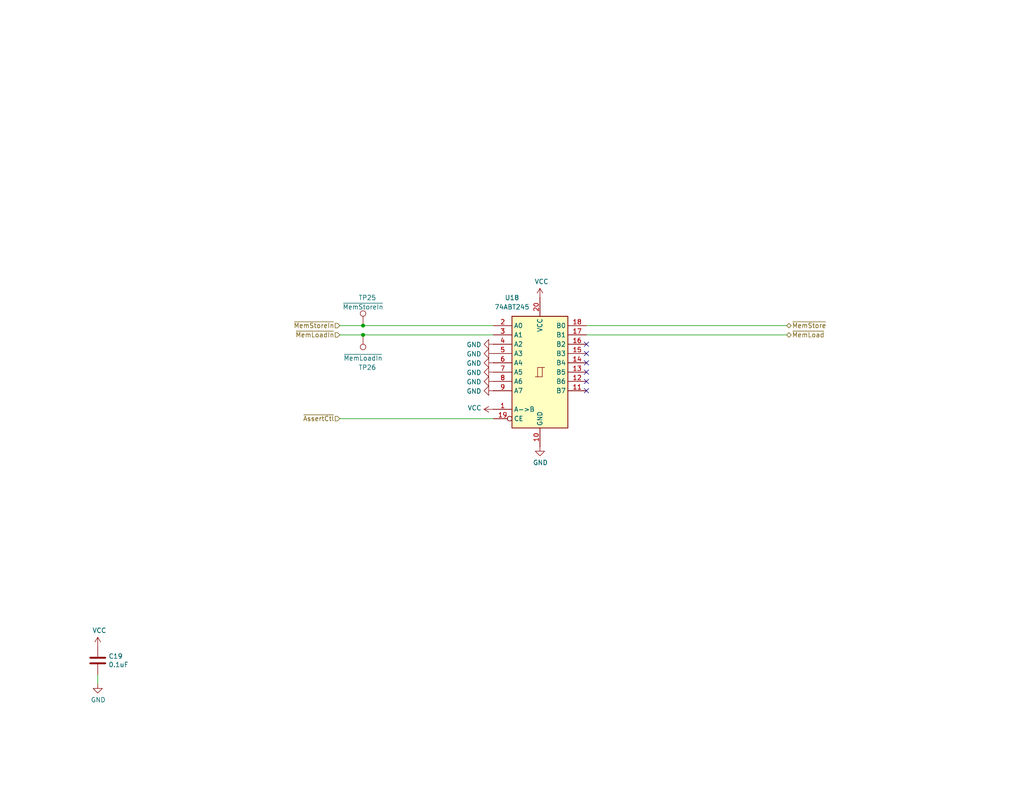
<source format=kicad_sch>
(kicad_sch (version 20250114) (generator "eeschema") (generator_version "9.0")
  (paper "USLetter")
  (title_block (date "2025-07-01") (rev "A"))
  (lib_symbols
    (symbol "Connector:TestPoint" (pin_numbers (hide yes)) (pin_names (offset 0.762) (hide yes))
      (property "Reference" "TP" (at 0 6.858 0))
      (property "Value" "TestPoint" (at 0 5.08 0))
      (symbol "TestPoint_0_1"
        (circle (center 0 3.302) (radius 0.762))
      )
      (symbol "TestPoint_1_1"
        (pin passive line (at 0 0 90) (length 2.54) (name "1") (number "1"))
      )
    )
    (symbol "Device:C" (pin_numbers (hide yes)) (pin_names (offset 0.254))
      (property "Reference" "C" (at 0.635 2.54 0))
      (property "Value" "C" (at 0.635 -2.54 0))
      (symbol "C_0_1"
        (polyline (pts (xy -2.032 0.762) (xy 2.032 0.762)) (stroke (width 0.508)))
        (polyline (pts (xy -2.032 -0.762) (xy 2.032 -0.762)) (stroke (width 0.508)))
      )
      (symbol "C_1_1"
        (pin passive line (at 0 3.81 270) (length 2.794) (name "~") (number "1"))
        (pin passive line (at 0 -3.81 90) (length 2.794) (name "~") (number "2"))
      )
    )
    (symbol "Turtle16:74ABT245"
      (property "Reference" "U" (at 0 2.54 0))
      (property "Value" "74ABT245" (at 0 2.54 0))
      (symbol "74ABT245_1_0"
        (polyline (pts (xy -1.27 -1.27) (xy 0.635 -1.27) (xy 0.635 1.27) (xy 1.27 1.27)))
        (polyline (pts (xy -0.635 -1.27) (xy -0.635 1.27) (xy 0.635 1.27)))
        (pin tri_state line (at -12.7 12.7 0) (length 5.08) (name "A0") (number "2"))
        (pin tri_state line (at -12.7 10.16 0) (length 5.08) (name "A1") (number "3"))
        (pin tri_state line (at -12.7 7.62 0) (length 5.08) (name "A2") (number "4"))
        (pin tri_state line (at -12.7 5.08 0) (length 5.08) (name "A3") (number "5"))
        (pin tri_state line (at -12.7 2.54 0) (length 5.08) (name "A4") (number "6"))
        (pin tri_state line (at -12.7 0 0) (length 5.08) (name "A5") (number "7"))
        (pin tri_state line (at -12.7 -2.54 0) (length 5.08) (name "A6") (number "8"))
        (pin tri_state line (at -12.7 -5.08 0) (length 5.08) (name "A7") (number "9"))
        (pin input line (at -12.7 -10.16 0) (length 5.08) (name "A->B") (number "1"))
        (pin input inverted (at -12.7 -12.7 0) (length 5.08) (name "CE") (number "19"))
        (pin power_in line (at 0 20.32 270) (length 5.08) (name "VCC") (number "20"))
        (pin power_in line (at 0 -20.32 90) (length 5.08) (name "GND") (number "10"))
        (pin tri_state line (at 12.7 12.7 180) (length 5.08) (name "B0") (number "18"))
        (pin tri_state line (at 12.7 10.16 180) (length 5.08) (name "B1") (number "17"))
        (pin tri_state line (at 12.7 7.62 180) (length 5.08) (name "B2") (number "16"))
        (pin tri_state line (at 12.7 5.08 180) (length 5.08) (name "B3") (number "15"))
        (pin tri_state line (at 12.7 2.54 180) (length 5.08) (name "B4") (number "14"))
        (pin tri_state line (at 12.7 0 180) (length 5.08) (name "B5") (number "13"))
        (pin tri_state line (at 12.7 -2.54 180) (length 5.08) (name "B6") (number "12"))
        (pin tri_state line (at 12.7 -5.08 180) (length 5.08) (name "B7") (number "11"))
      )
      (symbol "74ABT245_1_1"
        (rectangle (start -7.62 15.24) (end 7.62 -15.24) (stroke (width 0.254)) (fill (type background)))
      )
    )
    (symbol "power:GND" (power) (pin_numbers (hide yes)) (pin_names (offset 0) (hide yes))
      (property "Value" "GND" (at 0 -3.81 0))
      (symbol "GND_0_1"
        (polyline (pts (xy 0 0) (xy 0 -1.27) (xy 1.27 -1.27) (xy 0 -2.54) (xy -1.27 -1.27) (xy 0 -1.27)))
      )
      (symbol "GND_1_1"
        (pin power_in line (at 0 0 270) (length 0) (name "~") (number "1"))
      )
    )
    (symbol "power:VCC" (power) (pin_numbers (hide yes)) (pin_names (offset 0) (hide yes))
      (property "Value" "VCC" (at 0 3.556 0))
      (symbol "VCC_0_1"
        (polyline (pts (xy -0.762 1.27) (xy 0 2.54)))
        (polyline (pts (xy 0 2.54) (xy 0.762 1.27)))
        (polyline (pts (xy 0 0) (xy 0 2.54)))
      )
      (symbol "VCC_1_1"
        (pin power_in line (at 0 0 90) (length 0) (name "~") (number "1"))
      )
    )
  )
  (junction (at 99.06 88.9))
  (junction (at 99.06 91.44))
  (no_connect (at 160.02 93.98))
  (no_connect (at 160.02 96.52))
  (no_connect (at 160.02 101.6))
  (no_connect (at 160.02 99.06))
  (no_connect (at 160.02 104.14))
  (no_connect (at 160.02 106.68))
  (wire (pts (xy 26.67 186.69) (xy 26.67 184.15)))
  (wire (pts (xy 160.02 88.9) (xy 214.63 88.9)))
  (wire (pts (xy 160.02 91.44) (xy 214.63 91.44)))
  (wire (pts (xy 92.71 88.9) (xy 99.06 88.9)))
  (wire (pts (xy 92.71 91.44) (xy 99.06 91.44)))
  (wire (pts (xy 92.71 114.3) (xy 134.62 114.3)))
  (wire (pts (xy 99.06 88.9) (xy 134.62 88.9)))
  (wire (pts (xy 99.06 91.44) (xy 134.62 91.44)))
  (hierarchical_label "~{MemLoad}" (shape tri_state) (at 214.63 91.44 0))
  (hierarchical_label "~{MemLoadIn}" (shape input) (at 92.71 91.44 180))
  (hierarchical_label "~{MemStoreIn}" (shape input) (at 92.71 88.9 180))
  (hierarchical_label "~{AssertCtl}" (shape input) (at 92.71 114.3 180))
  (hierarchical_label "~{MemStore}" (shape tri_state) (at 214.63 88.9 0))
  (symbol (lib_id "Device:C") (at 26.67 180.34 0) (unit 1)
    (property "Reference" "C19" (at 29.591 179.1716 0) (effects (justify left)))
    (property "Value" "0.1uF" (at 29.591 181.483 0) (effects (justify left)))
    (property "Footprint" "Capacitor_SMD:C_0603_1608Metric" (effects (hide yes)))
    (property "Datasheet" "https://www.mouser.com/datasheet/2/396/taiyo_yuden_12132018_mlcc11_hq_e-1510082.pdf" (effects (hide yes)))
    (property "Manufacturer" "Taiyo Yuden" (effects (hide yes)))
    (property "Manufacturer#" "EMK107B7104KAHT" (effects (hide yes)))
    (property "Mouser#" "963-EMK107B7104KAHT" (effects (hide yes)))
    (property "Digikey#" "587-6004-1-ND" (effects (hide yes)))
    (instances (project "MEMModule" (path "" (reference "C19") (unit 1))) (project "MainBoard" (path "" (reference "C?") (unit 1))))
  )
  (symbol (lib_id "power:VCC") (at 26.67 176.53 0) (unit 1)
    (property "Reference" "#PWR045" (effects (hide yes)))
    (property "Value" "VCC" (at 27.1018 172.1358 0))
    (property "Description" "Power symbol creates a global label with name \"VCC\"" (effects (hide yes)))
    (instances (project "MEMModule" (path "" (reference "#PWR045") (unit 1))) (project "MainBoard" (path "" (reference "#PWR?") (unit 1))))
  )
  (symbol (lib_id "power:GND") (at 26.67 186.69 0) (unit 1)
    (property "Reference" "#PWR046" (effects (hide yes)))
    (property "Value" "GND" (at 26.797 191.0842 0))
    (property "Description" "Power symbol creates a global label with name \"GND\" , ground" (effects (hide yes)))
    (instances (project "MEMModule" (path "" (reference "#PWR046") (unit 1))) (project "MainBoard" (path "" (reference "#PWR?") (unit 1))))
  )
  (symbol (lib_id "power:GND") (at 134.62 93.98 270) (unit 1)
    (property "Reference" "#PWR047" (effects (hide yes)))
    (property "Value" "GND" (at 131.3688 94.107 90) (effects (justify right)))
    (property "Description" "Power symbol creates a global label with name \"GND\" , ground" (effects (hide yes)))
    (instances (project "MEMModule" (path "" (reference "#PWR047") (unit 1))) (project "MainBoard" (path "" (reference "#PWR?") (unit 1))))
  )
  (symbol (lib_id "power:GND") (at 134.62 96.52 270) (unit 1)
    (property "Reference" "#PWR048" (effects (hide yes)))
    (property "Value" "GND" (at 131.3688 96.647 90) (effects (justify right)))
    (property "Description" "Power symbol creates a global label with name \"GND\" , ground" (effects (hide yes)))
    (instances (project "MEMModule" (path "" (reference "#PWR048") (unit 1))) (project "MainBoard" (path "" (reference "#PWR?") (unit 1))))
  )
  (symbol (lib_id "power:GND") (at 134.62 99.06 270) (unit 1)
    (property "Reference" "#PWR049" (effects (hide yes)))
    (property "Value" "GND" (at 131.3688 99.187 90) (effects (justify right)))
    (property "Description" "Power symbol creates a global label with name \"GND\" , ground" (effects (hide yes)))
    (instances (project "MEMModule" (path "" (reference "#PWR049") (unit 1))) (project "MainBoard" (path "" (reference "#PWR?") (unit 1))))
  )
  (symbol (lib_id "power:GND") (at 134.62 101.6 270) (unit 1)
    (property "Reference" "#PWR050" (effects (hide yes)))
    (property "Value" "GND" (at 131.3688 101.727 90) (effects (justify right)))
    (property "Description" "Power symbol creates a global label with name \"GND\" , ground" (effects (hide yes)))
    (instances (project "MEMModule" (path "" (reference "#PWR050") (unit 1))) (project "MainBoard" (path "" (reference "#PWR?") (unit 1))))
  )
  (symbol (lib_id "power:GND") (at 134.62 104.14 270) (unit 1)
    (property "Reference" "#PWR051" (effects (hide yes)))
    (property "Value" "GND" (at 131.3688 104.267 90) (effects (justify right)))
    (property "Description" "Power symbol creates a global label with name \"GND\" , ground" (effects (hide yes)))
    (instances (project "MEMModule" (path "" (reference "#PWR051") (unit 1))) (project "MainBoard" (path "" (reference "#PWR?") (unit 1))))
  )
  (symbol (lib_id "power:GND") (at 134.62 106.68 270) (unit 1)
    (property "Reference" "#PWR052" (effects (hide yes)))
    (property "Value" "GND" (at 131.3688 106.807 90) (effects (justify right)))
    (property "Description" "Power symbol creates a global label with name \"GND\" , ground" (effects (hide yes)))
    (instances (project "MEMModule" (path "" (reference "#PWR052") (unit 1))) (project "MainBoard" (path "" (reference "#PWR?") (unit 1))))
  )
  (symbol (lib_id "Turtle16:74ABT245") (at 147.32 101.6 0) (unit 1)
    (property "Reference" "U18" (at 139.7 81.28 0))
    (property "Value" "74ABT245" (at 139.7 83.82 0))
    (property "Footprint" "Package_SO:TSSOP-20_4.4x6.5mm_P0.65mm" (effects (hide yes)))
    (property "Datasheet" "https://www.ti.com/general/docs/suppproductinfo.tsp?distId=26&gotoUrl=https://www.ti.com/lit/gpn/sn74abt245b" (effects (hide yes)))
    (property "Manufacturer" "Texas Instruments" (effects (hide yes)))
    (property "Manufacturer#" "SN74ABT245BPWR" (effects (hide yes)))
    (property "Mouser#" "595-SN74ABT245BPWR" (effects (hide yes)))
    (property "Digikey#" "296-3971-1-ND" (effects (hide yes)))
    (instances (project "MEMModule" (path "" (reference "U18") (unit 1))) (project "MainBoard" (path "" (reference "U?") (unit 1))))
  )
  (symbol (lib_id "power:VCC") (at 147.32 81.28 0) (unit 1)
    (property "Reference" "#PWR054" (effects (hide yes)))
    (property "Value" "VCC" (at 147.7518 76.8858 0))
    (property "Description" "Power symbol creates a global label with name \"VCC\"" (effects (hide yes)))
    (instances (project "MEMModule" (path "" (reference "#PWR054") (unit 1))) (project "MainBoard" (path "" (reference "#PWR?") (unit 1))))
  )
  (symbol (lib_id "power:GND") (at 147.32 121.92 0) (unit 1)
    (property "Reference" "#PWR055" (effects (hide yes)))
    (property "Value" "GND" (at 147.447 126.3142 0))
    (property "Description" "Power symbol creates a global label with name \"GND\" , ground" (effects (hide yes)))
    (instances (project "MEMModule" (path "" (reference "#PWR055") (unit 1))) (project "MainBoard" (path "" (reference "#PWR?") (unit 1))))
  )
  (symbol (lib_id "power:VCC") (at 134.62 111.76 90) (unit 1)
    (property "Reference" "#PWR053" (effects (hide yes)))
    (property "Value" "VCC" (at 131.3942 111.379 90) (effects (justify left)))
    (property "Description" "Power symbol creates a global label with name \"VCC\"" (effects (hide yes)))
    (instances (project "MEMModule" (path "" (reference "#PWR053") (unit 1))) (project "MainBoard" (path "" (reference "#PWR?") (unit 1))))
  )
  (symbol (lib_id "Connector:TestPoint") (at 99.06 91.44 0) (mirror x) (unit 1) (in_bom no)
    (property "Reference" "TP26" (at 97.79 100.33 0) (effects (justify left)))
    (property "Value" "~{MemLoadIn}" (at 99.06 97.79 0))
    (property "Footprint" "TestPoint:TestPoint_Pad_D1.0mm" (effects (hide yes)))
    (instances (project "MEMModule" (path "" (reference "TP26") (unit 1))) (project "MainBoard" (path "" (reference "TP?") (unit 1))))
  )
  (symbol (lib_id "Connector:TestPoint") (at 99.06 88.9 0) (unit 1) (in_bom no)
    (property "Reference" "TP25" (at 97.79 81.28 0) (effects (justify left)))
    (property "Value" "~{MemStoreIn}" (at 99.06 83.82 0))
    (property "Footprint" "TestPoint:TestPoint_Pad_D1.0mm" (effects (hide yes)))
    (instances (project "MEMModule" (path "" (reference "TP25") (unit 1))) (project "MainBoard" (path "" (reference "TP?") (unit 1))))
  )
)
</source>
